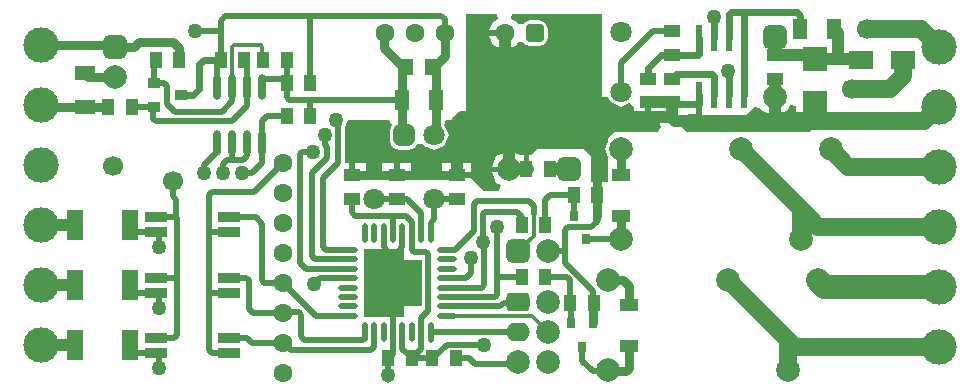
<source format=gbl>
G04 Layer_Physical_Order=2*
G04 Layer_Color=16711680*
%FSLAX43Y43*%
%MOMM*%
G71*
G01*
G75*
%ADD10R,1.350X1.100*%
%ADD11R,1.450X1.050*%
%ADD14R,1.100X1.350*%
%ADD16C,0.750*%
%ADD17C,0.500*%
%ADD18C,1.000*%
%ADD20C,2.000*%
%ADD21C,3.000*%
%ADD22C,1.600*%
%ADD23O,2.000X1.600*%
G04:AMPARAMS|DCode=24|XSize=1.6mm|YSize=2mm|CornerRadius=0.4mm|HoleSize=0mm|Usage=FLASHONLY|Rotation=270.000|XOffset=0mm|YOffset=0mm|HoleType=Round|Shape=RoundedRectangle|*
%AMROUNDEDRECTD24*
21,1,1.600,1.200,0,0,270.0*
21,1,0.800,2.000,0,0,270.0*
1,1,0.800,-0.600,-0.400*
1,1,0.800,-0.600,0.400*
1,1,0.800,0.600,0.400*
1,1,0.800,0.600,-0.400*
%
%ADD24ROUNDEDRECTD24*%
G04:AMPARAMS|DCode=25|XSize=2mm|YSize=2mm|CornerRadius=0.5mm|HoleSize=0mm|Usage=FLASHONLY|Rotation=0.000|XOffset=0mm|YOffset=0mm|HoleType=Round|Shape=RoundedRectangle|*
%AMROUNDEDRECTD25*
21,1,2.000,1.000,0,0,0.0*
21,1,1.000,2.000,0,0,0.0*
1,1,1.000,0.500,-0.500*
1,1,1.000,-0.500,-0.500*
1,1,1.000,-0.500,0.500*
1,1,1.000,0.500,0.500*
%
%ADD25ROUNDEDRECTD25*%
%ADD26C,1.800*%
G04:AMPARAMS|DCode=27|XSize=2mm|YSize=2mm|CornerRadius=0.5mm|HoleSize=0mm|Usage=FLASHONLY|Rotation=270.000|XOffset=0mm|YOffset=0mm|HoleType=Round|Shape=RoundedRectangle|*
%AMROUNDEDRECTD27*
21,1,2.000,1.000,0,0,270.0*
21,1,1.000,2.000,0,0,270.0*
1,1,1.000,-0.500,-0.500*
1,1,1.000,-0.500,0.500*
1,1,1.000,0.500,0.500*
1,1,1.000,0.500,-0.500*
%
%ADD27ROUNDEDRECTD27*%
%ADD28C,1.700*%
G04:AMPARAMS|DCode=29|XSize=1.6mm|YSize=1.6mm|CornerRadius=0.4mm|HoleSize=0mm|Usage=FLASHONLY|Rotation=180.000|XOffset=0mm|YOffset=0mm|HoleType=Round|Shape=RoundedRectangle|*
%AMROUNDEDRECTD29*
21,1,1.600,0.800,0,0,180.0*
21,1,0.800,1.600,0,0,180.0*
1,1,0.800,-0.400,0.400*
1,1,0.800,0.400,0.400*
1,1,0.800,0.400,-0.400*
1,1,0.800,-0.400,-0.400*
%
%ADD29ROUNDEDRECTD29*%
G04:AMPARAMS|DCode=30|XSize=1.8mm|YSize=1.8mm|CornerRadius=0.45mm|HoleSize=0mm|Usage=FLASHONLY|Rotation=0.000|XOffset=0mm|YOffset=0mm|HoleType=Round|Shape=RoundedRectangle|*
%AMROUNDEDRECTD30*
21,1,1.800,0.900,0,0,0.0*
21,1,0.900,1.800,0,0,0.0*
1,1,0.900,0.450,-0.450*
1,1,0.900,-0.450,-0.450*
1,1,0.900,-0.450,0.450*
1,1,0.900,0.450,0.450*
%
%ADD30ROUNDEDRECTD30*%
%ADD31C,1.270*%
%ADD32R,1.100X0.900*%
%ADD33R,1.750X1.250*%
%ADD34R,1.050X1.450*%
%ADD35R,1.950X0.900*%
%ADD36R,1.350X2.650*%
%ADD37R,0.800X0.900*%
%ADD38R,1.650X1.050*%
%ADD39R,0.600X2.200*%
%ADD40R,1.250X1.750*%
%ADD41R,2.150X2.100*%
%ADD42R,2.000X1.550*%
%ADD43O,0.600X2.200*%
%ADD44O,0.550X1.650*%
%ADD45O,1.650X0.550*%
%ADD46C,1.500*%
%ADD47C,2.000*%
%ADD48C,0.300*%
%ADD49C,0.600*%
%ADD50R,1.500X4.000*%
%ADD51R,0.100X4.200*%
%ADD52R,3.500X5.800*%
G36*
X90945Y56475D02*
X91000D01*
Y56400D01*
X94700D01*
Y56400D01*
X95021Y56721D01*
X95059D01*
Y56759D01*
D01*
X95446Y57076D01*
X95878Y56990D01*
X95952Y56812D01*
X96850Y56440D01*
Y57960D01*
X97350D01*
Y56440D01*
X98248Y56812D01*
X98435Y57262D01*
X98925Y57165D01*
Y55875D01*
X100222D01*
X100413Y55413D01*
X100000Y55000D01*
X89581D01*
X89304Y55416D01*
X89629Y56200D01*
Y56200D01*
X89711Y56399D01*
X89895Y56475D01*
D01*
X89895Y56475D01*
X89895Y56475D01*
X90445D01*
Y58075D01*
X90945D01*
Y56475D01*
D02*
G37*
G36*
X82500Y57900D02*
X83041D01*
X83217Y57477D01*
X84100Y57111D01*
X84809Y57405D01*
X85225Y57127D01*
Y56450D01*
X86150D01*
Y57500D01*
X86650D01*
Y56450D01*
X87004D01*
X87171Y56200D01*
X87171Y56200D01*
X87171D01*
X87496Y55416D01*
X87219Y55000D01*
X83500D01*
X83000Y54500D01*
Y54121D01*
X82743Y53500D01*
X83000Y52879D01*
Y50775D01*
X82350D01*
Y49600D01*
X81850D01*
Y50775D01*
X81600D01*
Y52900D01*
X81500Y53000D01*
X81000Y53500D01*
X77000D01*
X76525Y53025D01*
X76350D01*
Y51800D01*
X75850D01*
Y53025D01*
X75622D01*
X74910Y53320D01*
Y51800D01*
X74660D01*
Y51550D01*
X73140D01*
X73512Y50652D01*
X73902Y50490D01*
X73804Y50000D01*
X72500D01*
X71500Y51000D01*
X71425D01*
Y51050D01*
X68975D01*
Y51000D01*
X66325D01*
Y51050D01*
X63875D01*
Y51000D01*
X62525D01*
Y51050D01*
X61300D01*
Y51300D01*
X61050D01*
Y52325D01*
X60700D01*
Y55367D01*
X60962Y56000D01*
X64420D01*
X64698Y55584D01*
X64518Y55150D01*
Y54250D01*
X64741Y53711D01*
X65280Y53488D01*
X66180D01*
X66719Y53711D01*
X66825Y53967D01*
X67325D01*
X67387Y53817D01*
X68270Y53451D01*
X69153Y53817D01*
X69519Y54700D01*
X69153Y55583D01*
Y55583D01*
Y55583D01*
X69326Y56000D01*
X70500D01*
X71000Y56500D01*
Y65000D01*
X73625D01*
X73723Y64510D01*
X73265Y64320D01*
X72956Y63575D01*
X74260D01*
Y63325D01*
X74510D01*
Y62021D01*
X75255Y62330D01*
X75347Y62552D01*
X75847D01*
X75899Y62424D01*
X76400Y62217D01*
X77200D01*
X77701Y62424D01*
X77908Y62925D01*
Y63725D01*
X77701Y64226D01*
X77200Y64433D01*
X76400D01*
X75899Y64226D01*
X75847Y64098D01*
X75347D01*
X75255Y64320D01*
X74797Y64510D01*
X74895Y65000D01*
X82500D01*
Y57900D01*
D02*
G37*
%LPC*%
G36*
X66325Y52325D02*
X65350D01*
Y51550D01*
X66325D01*
Y52325D01*
D02*
G37*
G36*
X64850D02*
X63875D01*
Y51550D01*
X64850D01*
Y52325D01*
D02*
G37*
G36*
X62525D02*
X61550D01*
Y51550D01*
X62525D01*
Y52325D01*
D02*
G37*
G36*
X69950D02*
X68975D01*
Y51550D01*
X69950D01*
Y52325D01*
D02*
G37*
G36*
X74010Y63075D02*
X72956D01*
X73265Y62330D01*
X74010Y62021D01*
Y63075D01*
D02*
G37*
G36*
X74410Y53320D02*
X73512Y52948D01*
X73140Y52050D01*
X74410D01*
Y53320D01*
D02*
G37*
G36*
X71425Y52325D02*
X70450D01*
Y51550D01*
X71425D01*
Y52325D01*
D02*
G37*
%LPD*%
D10*
X86400Y59500D02*
D03*
Y57500D02*
D03*
X88400Y63500D02*
D03*
Y61500D02*
D03*
D11*
X61300Y49300D02*
D03*
Y51300D02*
D03*
X65100Y49300D02*
D03*
Y51300D02*
D03*
X70200Y49300D02*
D03*
Y51300D02*
D03*
X88400Y59500D02*
D03*
Y57500D02*
D03*
X97100Y61500D02*
D03*
Y59500D02*
D03*
D14*
X42700Y57100D02*
D03*
X40700D02*
D03*
X44700Y61100D02*
D03*
X46700D02*
D03*
X50200D02*
D03*
X52200D02*
D03*
X55800D02*
D03*
X53800D02*
D03*
X55800Y56300D02*
D03*
X57800D02*
D03*
X68100Y35800D02*
D03*
X70100D02*
D03*
X79800Y40500D02*
D03*
X81800D02*
D03*
X75700Y42700D02*
D03*
X77700D02*
D03*
X75700Y47100D02*
D03*
X77700D02*
D03*
X80100Y49600D02*
D03*
X82100D02*
D03*
D16*
X83000Y34780D02*
X83080Y34700D01*
X84500D01*
X84800Y35000D01*
Y36875D01*
X83000Y42400D02*
X84300D01*
X84800Y41900D01*
Y40325D02*
Y41900D01*
X65100Y51300D02*
X70200D01*
X82100Y49600D02*
Y56200D01*
X68425Y57700D02*
Y60625D01*
X68300Y60500D02*
X68425Y60625D01*
X68000Y60500D02*
X68300D01*
X69180Y61380D02*
Y63325D01*
X68425Y60625D02*
X69180Y61380D01*
X68425Y54855D02*
Y57700D01*
X68270Y54700D02*
X68425Y54855D01*
X65575Y57700D02*
Y60525D01*
X65600Y60500D01*
X66000D01*
X64000Y63225D02*
X64100Y63325D01*
X64000Y62100D02*
Y63225D01*
Y62100D02*
X65575Y60525D01*
Y54855D02*
Y57700D01*
Y54855D02*
X65730Y54700D01*
X61300Y51300D02*
X65100D01*
X84100Y45880D02*
Y47875D01*
Y51325D02*
Y53500D01*
X81750Y38800D02*
Y40450D01*
X82050Y49550D02*
X82100Y49600D01*
X82050Y47900D02*
Y49550D01*
X38965Y59660D02*
X41300D01*
X38700Y59925D02*
X38965Y59660D01*
X38700Y57075D02*
X38725Y57100D01*
X40700D01*
X41300Y62200D02*
X42900D01*
X43300Y62600D01*
X46200D01*
X46700Y62100D01*
Y61100D02*
Y62100D01*
X35000Y62300D02*
X41200D01*
X41300Y62200D01*
X35000Y57220D02*
X35145Y57075D01*
X38700D01*
D17*
X66400Y35800D02*
X67200Y36600D01*
Y38000D01*
X66400Y35800D02*
X68100D01*
X64800Y42100D02*
Y44400D01*
Y38000D02*
Y42100D01*
X66400D01*
X63000D02*
X64800D01*
X67200Y39200D02*
X67800Y39800D01*
Y44600D01*
X67200Y38000D02*
Y39200D01*
X67600Y44800D02*
X67800Y44600D01*
X66600Y44800D02*
X67600D01*
X66400Y45000D02*
X66600Y44800D01*
X66400Y45000D02*
Y46400D01*
X72400Y48000D02*
X72600Y48200D01*
X72400Y45700D02*
Y48000D01*
X71900Y49100D02*
X76300D01*
X71645Y48845D02*
X71900Y49100D01*
X71645Y46555D02*
Y48845D01*
X71000Y42600D02*
X71400Y43000D01*
X72300Y41800D02*
X72539Y42039D01*
X73400Y41000D02*
X73600Y41200D01*
X69400Y41000D02*
X73400D01*
X75300Y40500D02*
X75400Y40600D01*
X74200Y40500D02*
X75300D01*
X73900Y40200D02*
X74200Y40500D01*
X69400Y40200D02*
X73900D01*
X59100Y45000D02*
X61000D01*
X60000Y56000D02*
X60139Y55861D01*
Y52339D02*
Y55861D01*
X58900Y51100D02*
X60139Y52339D01*
X58900Y45200D02*
Y51100D01*
Y45200D02*
X59100Y45000D01*
X59000Y53911D02*
Y54700D01*
Y53911D02*
X59200Y53711D01*
Y52800D02*
Y53711D01*
X57900Y51500D02*
X59200Y52800D01*
X57900Y44500D02*
Y51500D01*
Y44500D02*
X58200Y44200D01*
X57100Y53300D02*
X58000D01*
X56900Y53100D02*
X57100Y53300D01*
X56900Y43900D02*
Y53100D01*
Y43900D02*
X57400Y43400D01*
X81750Y40450D02*
Y41523D01*
X57800Y57700D02*
X65575D01*
X66400Y46400D02*
Y47392D01*
X65896Y47896D02*
X66400Y47392D01*
X64800Y44400D02*
X65600Y45200D01*
Y46400D01*
X64800Y47896D02*
X65896D01*
X62638D02*
X64800D01*
X64800Y47896D02*
X64800Y47896D01*
X64800Y46400D02*
Y47896D01*
X61300Y48200D02*
Y49300D01*
Y48200D02*
X61600Y47900D01*
X62634D01*
X62638Y47896D01*
X67200Y46400D02*
Y48100D01*
X66000Y49300D02*
X67200Y48100D01*
X68000Y38000D02*
X68060Y38060D01*
X72421Y36979D02*
X72500Y36900D01*
X69341Y36979D02*
X72421D01*
X68162Y35800D02*
X69341Y36979D01*
X68100Y35800D02*
X68162D01*
X75180Y35300D02*
X75400Y35520D01*
X71700Y35300D02*
X75180D01*
X71200Y35800D02*
X71700Y35300D01*
X70100Y35800D02*
X71200D01*
X68060Y38060D02*
X75400D01*
X68000Y37400D02*
X68000Y37400D01*
X64400Y34000D02*
Y35800D01*
X79400Y44900D02*
Y46700D01*
Y43873D02*
Y44900D01*
X77940D02*
X79400D01*
Y43873D02*
X81750Y41523D01*
X79400Y46700D02*
X79600Y46900D01*
X81600D01*
X82050Y47350D01*
Y47900D01*
X82920Y34700D02*
X83000Y34780D01*
X81700Y34700D02*
X82920D01*
X80800Y35600D02*
X81700Y34700D01*
X80800Y35600D02*
Y36800D01*
X79850Y38800D02*
Y40450D01*
X79800Y40500D02*
X79850Y40450D01*
X79800Y40500D02*
Y42400D01*
X79500Y42700D02*
X79800Y42400D01*
X77700Y42700D02*
X79500D01*
X84080Y45900D02*
X84100Y45880D01*
X81100Y45900D02*
X84080D01*
X80150Y47900D02*
Y49550D01*
X80100Y49600D02*
X80150Y49550D01*
X78100Y49600D02*
X80100D01*
X77700Y49200D02*
X78100Y49600D01*
X77700Y47100D02*
Y49200D01*
X73800Y42700D02*
X75700D01*
X76700Y48038D02*
Y48700D01*
X76300Y49100D02*
X76700Y48700D01*
X70089Y45000D02*
X71645Y46555D01*
X69400Y45000D02*
X70089D01*
X75700Y47100D02*
Y47800D01*
X75300Y48200D02*
X75700Y47800D01*
X72600Y48200D02*
X75300D01*
X55480Y42200D02*
X55500Y42220D01*
X53900Y42200D02*
X55480D01*
X53700Y42400D02*
X53900Y42200D01*
X53700Y42400D02*
Y47200D01*
X53165Y47735D02*
X53700Y47200D01*
X50875Y47735D02*
X53165D01*
X52920Y39680D02*
X55500D01*
X52600Y40000D02*
X52920Y39680D01*
X52600Y40000D02*
Y42400D01*
X52365Y42635D02*
X52600Y42400D01*
X50875Y42635D02*
X52365D01*
X55460Y37100D02*
X55500Y37140D01*
X52900Y37100D02*
X55460D01*
X52465Y37535D02*
X52900Y37100D01*
X50875Y37535D02*
X52465D01*
X53020Y49900D02*
X55500Y52380D01*
X49500Y49900D02*
X53020D01*
X49200Y49600D02*
X49500Y49900D01*
X49200Y46400D02*
Y49600D01*
X46180Y49520D02*
Y50800D01*
Y49520D02*
X46465Y49235D01*
Y47735D02*
Y49235D01*
X42700Y57100D02*
X42750Y57050D01*
X44525D01*
X44500Y57025D02*
X44525Y57050D01*
X44500Y56100D02*
Y57025D01*
Y56100D02*
X44700Y55900D01*
X51200D01*
X44525Y60925D02*
X44700Y61100D01*
X44525Y59150D02*
Y60925D01*
Y59150D02*
X45450D01*
X45700Y58900D01*
Y57300D02*
Y58900D01*
Y57300D02*
X46300Y56700D01*
X50300D01*
X49200Y41300D02*
Y46400D01*
Y36500D02*
Y41300D01*
X49265Y41365D01*
X50875D01*
X49265Y46465D02*
X50875D01*
X49200Y46400D02*
X49265Y46465D01*
X49200Y36500D02*
X49435Y36265D01*
X50875D01*
X46500Y37800D02*
Y42650D01*
X46485Y42635D02*
X46500Y42650D01*
X44725Y42635D02*
X46485D01*
X46235Y37535D02*
X46500Y37800D01*
X44725Y37535D02*
X46235D01*
X44725Y46465D02*
X45000Y46190D01*
Y45200D02*
Y46190D01*
X44725Y41365D02*
X45000Y41090D01*
Y40100D02*
Y41090D01*
X44725Y36265D02*
X45000Y35990D01*
Y35000D02*
Y35990D01*
X42500Y47100D02*
X43135Y46465D01*
X44725D01*
X42500Y42000D02*
X43135Y41365D01*
X44725D01*
X42500Y36900D02*
X43135Y36265D01*
X44725D01*
X52435Y58800D02*
Y60865D01*
X52200Y61100D02*
X52435Y60865D01*
X53705Y58800D02*
Y59305D01*
X53900Y59500D01*
X55400D01*
X55800Y59100D01*
Y61100D01*
X49895Y58800D02*
Y60795D01*
X50200Y61100D01*
X51165Y57565D02*
Y58800D01*
X50300Y56700D02*
X51165Y57565D01*
X52435Y57135D02*
Y58800D01*
X51200Y55900D02*
X52435Y57135D01*
X57800Y59100D02*
Y64800D01*
X68900D01*
X44725Y47735D02*
X46465D01*
X46500Y47700D01*
Y42650D02*
Y47700D01*
X69180Y63325D02*
Y64520D01*
X68900Y64800D02*
X69180Y64520D01*
X55800Y57900D02*
Y59100D01*
Y57900D02*
X56000Y57700D01*
X57800D01*
X50600Y64800D02*
X57800D01*
X50200Y64400D02*
X50600Y64800D01*
X57800Y56300D02*
Y57700D01*
X53705Y54000D02*
Y55905D01*
X54100Y56300D01*
X55800D01*
X84100Y58360D02*
Y60800D01*
X86800Y63500D01*
X88400D01*
X49895Y53295D02*
Y54000D01*
X48800Y52200D02*
X49895Y53295D01*
X48800Y51500D02*
Y52200D01*
X50400Y51500D02*
Y52300D01*
X50739Y52639D01*
X52100D02*
X52435Y52974D01*
Y54000D01*
X51165Y52674D02*
Y54000D01*
Y52674D02*
X51200Y52639D01*
X50739D02*
X51200D01*
X52100D01*
X53705Y52305D02*
Y54000D01*
X52900Y51500D02*
X53705Y52305D01*
X52000Y51500D02*
X52900D01*
X48000Y63500D02*
X50200D01*
Y61100D02*
Y63500D01*
Y64400D01*
X61000Y44200D02*
X61000Y44200D01*
X57400Y43400D02*
X61000D01*
X58200Y44200D02*
X61000D01*
X63200Y36800D02*
Y38000D01*
X62900Y36500D02*
X63200Y36800D01*
X56140Y36500D02*
X62900D01*
X55500Y37140D02*
X56140Y36500D01*
X62400Y37500D02*
Y38000D01*
X62300Y37400D02*
X62400Y37500D01*
X57300Y37400D02*
X62300D01*
X57000Y37700D02*
X57300Y37400D01*
X57000Y37700D02*
Y39500D01*
X56800Y39700D02*
X57000Y39500D01*
X55520Y39700D02*
X56800D01*
X55500Y39680D02*
X55520Y39700D01*
X58320Y39400D02*
X61000D01*
X55500Y42220D02*
X58320Y39400D01*
X58600Y42600D02*
X61000D01*
X58100Y42100D02*
X58600Y42600D01*
X69400D02*
X71000D01*
X71400Y43000D02*
Y44300D01*
X69400Y41800D02*
X72300D01*
X72539Y42039D02*
Y45561D01*
X72400Y45700D02*
X72539Y45561D01*
X73600Y41200D02*
Y46900D01*
X75340Y38000D02*
X75400Y38060D01*
X64800Y36200D02*
Y38000D01*
X64400Y35800D02*
X64800Y36200D01*
X65600Y36600D02*
Y38000D01*
Y36600D02*
X66400Y35800D01*
X75120D02*
X75400Y35520D01*
X64000Y45200D02*
X64800Y44400D01*
X64000Y45200D02*
Y46400D01*
X68000D02*
Y47300D01*
X68300Y47600D01*
Y49300D01*
X70200D01*
X65100D02*
X66000D01*
X63220D02*
X65100D01*
D18*
X76100Y51800D02*
X76200D01*
X74660D02*
X76100D01*
X74260Y56200D02*
X74660Y55800D01*
X74260Y56200D02*
X74260Y56200D01*
X74660Y51800D02*
Y55800D01*
X70200Y51300D02*
Y55800D01*
X70600Y56200D01*
X74260D01*
X74260Y56200D02*
X82100D01*
X74260Y56200D02*
Y63325D01*
X82100Y56200D02*
X88400D01*
X35000Y36900D02*
X37900D01*
X35000Y41980D02*
X37880D01*
X37900Y42000D01*
X35000Y47060D02*
X35040Y47100D01*
X37900D01*
X78200Y51800D02*
X79740D01*
X37860Y47060D02*
X37900Y47100D01*
X84040Y58300D02*
X84100Y58360D01*
X97100Y61500D02*
Y63040D01*
Y57960D02*
Y59500D01*
X88400Y56200D02*
Y57500D01*
X97100Y61500D02*
X100175D01*
X100500Y61175D01*
X104347D02*
X104422Y61100D01*
X102125Y63700D02*
X102500Y63325D01*
Y61175D02*
Y63325D01*
X100500Y61175D02*
X102500D01*
X104347D01*
X97100Y55900D02*
Y57960D01*
X100500Y55900D02*
Y57425D01*
X88400Y56200D02*
X88700Y55900D01*
X97100D01*
X86400Y57500D02*
X88400D01*
D20*
X83000Y34780D02*
D03*
X98240D02*
D03*
X100780Y42400D02*
D03*
X93160D02*
D03*
X83000D02*
D03*
X84100Y45880D02*
D03*
X99340D02*
D03*
X101880Y53500D02*
D03*
X94260D02*
D03*
X84100D02*
D03*
X77940Y35520D02*
D03*
X75400D02*
D03*
X77940Y38060D02*
D03*
Y40600D02*
D03*
Y44900D02*
D03*
X74660Y51800D02*
D03*
X97100Y57960D02*
D03*
X41300Y59660D02*
D03*
D21*
X111000Y36800D02*
D03*
Y41880D02*
D03*
Y46960D02*
D03*
Y52040D02*
D03*
Y57120D02*
D03*
Y62200D02*
D03*
X35000Y36900D02*
D03*
Y41980D02*
D03*
Y47060D02*
D03*
Y52140D02*
D03*
Y57220D02*
D03*
Y62300D02*
D03*
D22*
X55500Y52380D02*
D03*
Y49840D02*
D03*
Y47300D02*
D03*
Y44760D02*
D03*
Y42220D02*
D03*
Y39680D02*
D03*
Y37140D02*
D03*
Y34600D02*
D03*
X74260Y63325D02*
D03*
X69180D02*
D03*
X66640D02*
D03*
X64100D02*
D03*
D23*
X75400Y38060D02*
D03*
D24*
Y40600D02*
D03*
D25*
Y44900D02*
D03*
X79740Y51800D02*
D03*
D26*
X84100Y63440D02*
D03*
Y58360D02*
D03*
X63220Y49300D02*
D03*
X68300D02*
D03*
X68270Y54700D02*
D03*
D27*
X97100Y63040D02*
D03*
X41300Y62200D02*
D03*
D28*
X104900Y63680D02*
D03*
X103630Y58600D02*
D03*
X46180Y50800D02*
D03*
X41100Y52070D02*
D03*
D29*
X76800Y63325D02*
D03*
D30*
X65730Y54700D02*
D03*
D31*
X64400Y34400D02*
D03*
X66400Y42100D02*
D03*
X63000D02*
D03*
X72500Y36900D02*
D03*
X45000Y35000D02*
D03*
Y40100D02*
D03*
X52000Y51500D02*
D03*
X50400D02*
D03*
X48800D02*
D03*
X45000Y45200D02*
D03*
X58100Y42100D02*
D03*
X73600Y46900D02*
D03*
X72400Y45700D02*
D03*
X71400Y44300D02*
D03*
X93200Y60100D02*
D03*
X92000Y64700D02*
D03*
X88400Y56200D02*
D03*
X48000Y63500D02*
D03*
X58000Y53300D02*
D03*
X59000Y54700D02*
D03*
X60000Y56000D02*
D03*
D32*
X44525Y57050D02*
D03*
Y59150D02*
D03*
X46875Y58100D02*
D03*
D33*
X38700Y59925D02*
D03*
Y57075D02*
D03*
D34*
X57800Y59100D02*
D03*
X55800D02*
D03*
X66400Y35800D02*
D03*
X64400D02*
D03*
X78100Y51800D02*
D03*
X76100D02*
D03*
X66000Y60500D02*
D03*
X68000D02*
D03*
D35*
X44725Y36265D02*
D03*
Y37535D02*
D03*
X50875Y36265D02*
D03*
Y37535D02*
D03*
X44725Y41365D02*
D03*
Y42635D02*
D03*
X50875Y41365D02*
D03*
Y42635D02*
D03*
X44725Y46465D02*
D03*
Y47735D02*
D03*
X50875Y46465D02*
D03*
Y47735D02*
D03*
D36*
X37900Y36900D02*
D03*
X42500D02*
D03*
X37900Y42000D02*
D03*
X42500D02*
D03*
X37900Y47100D02*
D03*
X42500D02*
D03*
D37*
X80800Y36800D02*
D03*
X81750Y38800D02*
D03*
X79850D02*
D03*
X81100Y45900D02*
D03*
X82050Y47900D02*
D03*
X80150D02*
D03*
D38*
X84800Y40325D02*
D03*
Y36875D02*
D03*
X84100Y51325D02*
D03*
Y47875D02*
D03*
D39*
X90695Y62925D02*
D03*
X91965D02*
D03*
X93235D02*
D03*
X94505D02*
D03*
X90695Y58075D02*
D03*
X91965D02*
D03*
X93235D02*
D03*
X94505D02*
D03*
D40*
X102125Y63700D02*
D03*
X99275D02*
D03*
X65575Y57700D02*
D03*
X68425D02*
D03*
D41*
X100500Y61175D02*
D03*
Y57425D02*
D03*
D42*
X104422Y61100D02*
D03*
X107978D02*
D03*
D43*
X53705Y54000D02*
D03*
X52435D02*
D03*
X51165D02*
D03*
X49895D02*
D03*
X53705Y58800D02*
D03*
X52435D02*
D03*
X51165D02*
D03*
X49895D02*
D03*
D44*
X62400Y46400D02*
D03*
X63200D02*
D03*
X64000D02*
D03*
X64800D02*
D03*
X65600D02*
D03*
X66400D02*
D03*
X67200D02*
D03*
X68000D02*
D03*
Y38000D02*
D03*
X67200D02*
D03*
X66400D02*
D03*
X65600D02*
D03*
X64800D02*
D03*
X64000D02*
D03*
X63200D02*
D03*
X62400D02*
D03*
D45*
X69400Y45000D02*
D03*
Y44200D02*
D03*
Y43400D02*
D03*
Y42600D02*
D03*
Y41800D02*
D03*
Y41000D02*
D03*
Y40200D02*
D03*
Y39400D02*
D03*
X61000D02*
D03*
Y40200D02*
D03*
Y41000D02*
D03*
Y41800D02*
D03*
Y42600D02*
D03*
Y43400D02*
D03*
Y44200D02*
D03*
Y45000D02*
D03*
D46*
X97100Y55900D02*
X100500D01*
X99340Y48420D02*
X100800Y46960D01*
X94260Y53500D02*
X99340Y48420D01*
Y45880D02*
Y48420D01*
X100800Y46960D02*
X111000D01*
X98240Y37320D02*
X98760Y36800D01*
X93160Y42400D02*
X98240Y37320D01*
Y34780D02*
Y37320D01*
X98760Y36800D02*
X111000D01*
X103340Y52040D02*
X111000D01*
X101880Y53500D02*
X103340Y52040D01*
X104900Y63680D02*
X109520D01*
X111000Y62200D01*
X103630Y58600D02*
X106900D01*
X108000Y59700D01*
Y61078D01*
X107978Y61100D02*
X108000Y61078D01*
X109780Y55900D02*
X111000Y57120D01*
X100500Y55900D02*
X109780D01*
D47*
X101300Y41880D02*
X111000D01*
X100780Y42400D02*
X101300Y41880D01*
D48*
X75400Y44900D02*
X76700Y46200D01*
Y48038D01*
X51300Y62300D02*
X53600D01*
X53700Y62200D01*
Y61100D02*
Y62200D01*
X51165Y58800D02*
Y62165D01*
X51300Y62300D01*
X69400Y39400D02*
X69404Y39396D01*
X76604D01*
X77940Y38060D01*
D49*
X48800Y61100D02*
X50200D01*
X48400Y60700D02*
X48800Y61100D01*
X48400Y58600D02*
Y60700D01*
X47900Y58100D02*
X48400Y58600D01*
X46875Y58100D02*
X47900D01*
X90695Y61595D02*
Y62925D01*
X90600Y61500D02*
X90695Y61595D01*
X88400Y61500D02*
X90600D01*
X87500D02*
X88400D01*
X86400Y60400D02*
X87500Y61500D01*
X86400Y59500D02*
Y60400D01*
X88400Y59500D02*
X88800Y59900D01*
X91800D01*
X91965Y59735D01*
Y58075D02*
Y59735D01*
X94505Y58075D02*
Y62925D01*
X99000Y65100D02*
X99275Y64825D01*
X91965Y62925D02*
Y64665D01*
X92000Y64700D01*
X93235Y58075D02*
Y60065D01*
X93200Y60100D02*
X93235Y60065D01*
X90695Y57305D02*
Y58075D01*
Y57305D02*
X90700Y57300D01*
X88400Y57500D02*
X88600Y57300D01*
X94505Y65100D02*
X99000D01*
X99275Y63200D02*
Y63700D01*
Y64825D01*
X93235Y62925D02*
Y64935D01*
X93400Y65100D01*
X94505D01*
Y62925D02*
Y65100D01*
X88600Y57300D02*
X90700D01*
D50*
X66450Y42200D02*
D03*
D51*
X65650Y42100D02*
D03*
D52*
X64050Y42200D02*
D03*
M02*

</source>
